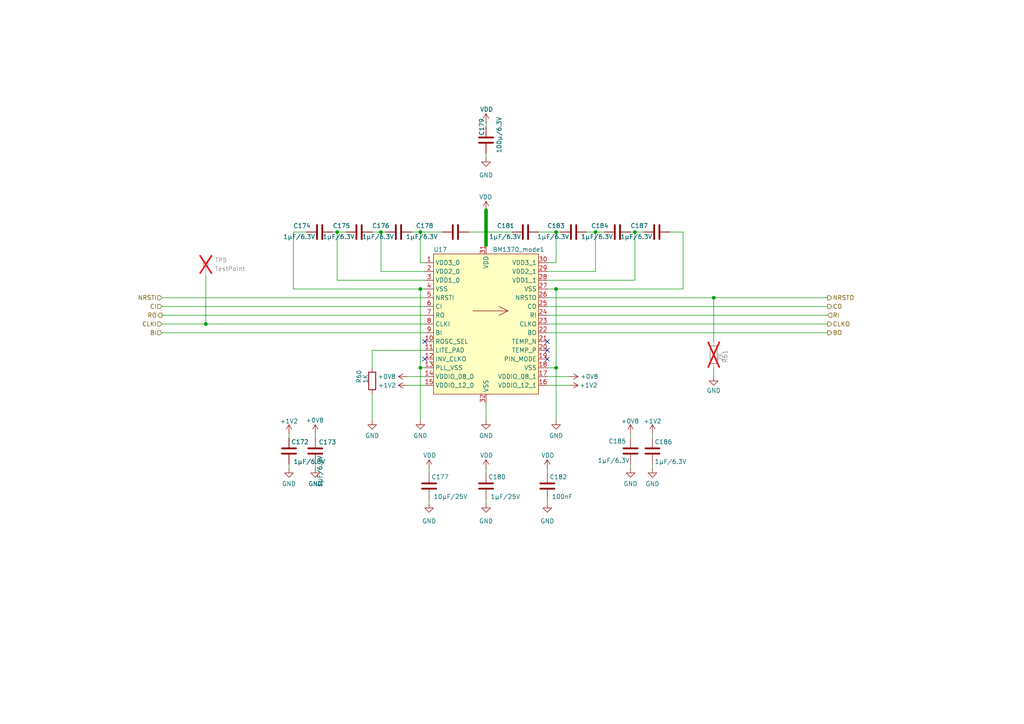
<source format=kicad_sch>
(kicad_sch (version 20250114) (generator "eeschema") (generator_version "9.0")
  (paper "A4")
  (title_block (title "PC-AXE") (company "Author: Aadhi M"))
  (lib_symbols
    (symbol "Connector:TestPoint" (pin_numbers (hide yes)) (pin_names (offset 0.762) (hide yes))
      (property "Reference" "TP" (at 0 6.858 0))
      (property "Value" "TestPoint" (at 0 5.08 0))
      (symbol "TestPoint_0_1"
        (circle (center 0 3.302) (radius 0.762))
      )
      (symbol "TestPoint_1_1"
        (pin passive line (at 0 0 90) (length 2.54) (name "1") (number "1"))
      )
    )
    (symbol "Device:C" (pin_numbers (hide yes)) (pin_names (offset 0.254))
      (property "Reference" "C" (at 0.635 2.54 0))
      (property "Value" "C" (at 0.635 -2.54 0))
      (symbol "C_0_1"
        (polyline (pts (xy -2.032 0.762) (xy 2.032 0.762)) (stroke (width 0.508)))
        (polyline (pts (xy -2.032 -0.762) (xy 2.032 -0.762)) (stroke (width 0.508)))
      )
      (symbol "C_1_1"
        (pin passive line (at 0 3.81 270) (length 2.794) (name "~") (number "1"))
        (pin passive line (at 0 -3.81 90) (length 2.794) (name "~") (number "2"))
      )
    )
    (symbol "Device:R" (pin_numbers (hide yes)) (pin_names (offset 0))
      (property "Reference" "R" (at 2.032 0 90))
      (property "Value" "R" (at 0 0 90))
      (symbol "R_0_1"
        (rectangle (start -1.016 -2.54) (end 1.016 2.54) (stroke (width 0.254)))
      )
      (symbol "R_1_1"
        (pin passive line (at 0 3.81 270) (length 1.27) (name "~") (number "1"))
        (pin passive line (at 0 -3.81 90) (length 1.27) (name "~") (number "2"))
      )
    )
    (symbol "GND_7" (power) (pin_names (offset 0))
      (property "Value" "GND_7" (at 0 -3.81 0))
      (symbol "GND_7_0_1"
        (polyline (pts (xy 0 0) (xy 0 -1.27) (xy 1.27 -1.27) (xy 0 -2.54) (xy -1.27 -1.27) (xy 0 -1.27)))
      )
      (symbol "GND_7_1_1"
        (pin power_in line (at 0 0 270) (length 0) (hide yes) (name "GND") (number "1"))
      )
    )
    (symbol "bitaxe:BM1370_mode1"
      (property "Reference" "U4" (at -15.24 21.59 0))
      (property "Value" "BM1370_mode1" (at 1.905 21.59 0))
      (symbol "BM1370_mode1_0_1"
        (rectangle (start -15.24 20.32) (end 15.24 -20.32) (fill (type background)))
        (polyline (pts (xy -3.81 3.81) (xy 6.35 3.81)))
        (polyline (pts (xy 3.81 5.08) (xy 6.35 3.81)))
        (polyline (pts (xy 3.81 2.54) (xy 6.35 3.81)))
      )
      (symbol "BM1370_mode1_1_1"
        (pin power_in line (at -17.78 17.78 0) (length 2.54) (name "VDD3_0") (number "1"))
        (pin power_in line (at -17.78 15.24 0) (length 2.54) (name "VDD2_0") (number "2"))
        (pin power_in line (at -17.78 12.7 0) (length 2.54) (name "VDD1_0") (number "3"))
        (pin power_in line (at -17.78 10.16 0) (length 2.54) (name "VSS") (number "4"))
        (pin input line (at -17.78 7.62 0) (length 2.54) (name "NRSTI") (number "5"))
        (pin input line (at -17.78 5.08 0) (length 2.54) (name "CI") (number "6"))
        (pin output line (at -17.78 2.54 0) (length 2.54) (name "RO") (number "7"))
        (pin input line (at -17.78 0 0) (length 2.54) (name "CLKI") (number "8"))
        (pin input line (at -17.78 -2.54 0) (length 2.54) (name "BI") (number "9"))
        (pin unspecified line (at -17.78 -5.08 0) (length 2.54) (name "ROSC_SEL") (number "10"))
        (pin unspecified line (at -17.78 -7.62 0) (length 2.54) (name "LITE_PAD") (number "11"))
        (pin unspecified line (at -17.78 -10.16 0) (length 2.54) (name "INV_CLKO") (number "12"))
        (pin power_in line (at -17.78 -12.7 0) (length 2.54) (name "PLL_VSS") (number "13"))
        (pin power_in line (at -17.78 -15.24 0) (length 2.54) (name "VDDIO_08_0") (number "14"))
        (pin power_in line (at -17.78 -17.78 0) (length 2.54) (name "VDDIO_12_0") (number "15"))
        (pin power_in line (at 0 22.86 270) (length 2.54) (name "VDD") (number "31"))
        (pin power_in line (at 0 -22.86 90) (length 2.54) (name "VSS") (number "32"))
        (pin power_in line (at 17.78 17.78 180) (length 2.54) (name "VDD3_1") (number "30"))
        (pin power_in line (at 17.78 15.24 180) (length 2.54) (name "VDD2_1") (number "29"))
        (pin power_in line (at 17.78 12.7 180) (length 2.54) (name "VDD1_1") (number "28"))
        (pin power_in line (at 17.78 10.16 180) (length 2.54) (name "VSS") (number "27"))
        (pin output line (at 17.78 7.62 180) (length 2.54) (name "NRSTO") (number "26"))
        (pin output line (at 17.78 5.08 180) (length 2.54) (name "CO") (number "25"))
        (pin input line (at 17.78 2.54 180) (length 2.54) (name "RI") (number "24"))
        (pin output line (at 17.78 0 180) (length 2.54) (name "CLKO") (number "23"))
        (pin output line (at 17.78 -2.54 180) (length 2.54) (name "BO") (number "22"))
        (pin unspecified line (at 17.78 -5.08 180) (length 2.54) (name "TEMP_N") (number "21"))
        (pin unspecified line (at 17.78 -7.62 180) (length 2.54) (name "TEMP_P") (number "20"))
        (pin input line (at 17.78 -10.16 180) (length 2.54) (name "PIN_MODE") (number "19"))
        (pin power_in line (at 17.78 -12.7 180) (length 2.54) (name "VSS") (number "18"))
        (pin power_in line (at 17.78 -15.24 180) (length 2.54) (name "VDDIO_08_1") (number "17"))
        (pin power_in line (at 17.78 -17.78 180) (length 2.54) (name "VDDIO_12_1") (number "16"))
      )
    )
    (symbol "mylib7:+0V8" (power) (exclude_from_sim yes) (in_bom no) (on_board no)
      (property "Value" "+0V8" (at 0 3.175 90))
      (symbol "+0V8_0_1"
        (polyline (pts (xy -0.762 1.27) (xy 0 2.54)))
        (polyline (pts (xy 0 2.54) (xy 0.762 1.27)))
        (polyline (pts (xy 0 0) (xy 0 2.54)))
      )
      (symbol "+0V8_1_1"
        (pin power_in line (at 0 0 90) (length 0) (hide yes) (name "+0V8") (number "1"))
      )
    )
    (symbol "power:+1V2" (power) (pin_numbers (hide yes)) (pin_names (offset 0) (hide yes))
      (property "Value" "+1V2" (at 0 3.556 0))
      (symbol "+1V2_0_1"
        (polyline (pts (xy -0.762 1.27) (xy 0 2.54)))
        (polyline (pts (xy 0 2.54) (xy 0.762 1.27)))
        (polyline (pts (xy 0 0) (xy 0 2.54)))
      )
      (symbol "+1V2_1_1"
        (pin power_in line (at 0 0 90) (length 0) (name "~") (number "1"))
      )
    )
    (symbol "power:GND" (power) (pin_names (offset 0))
      (property "Value" "GND" (at 0 -3.81 0))
      (symbol "GND_0_1"
        (polyline (pts (xy 0 0) (xy 0 -1.27) (xy 1.27 -1.27) (xy 0 -2.54) (xy -1.27 -1.27) (xy 0 -1.27)))
      )
      (symbol "GND_1_1"
        (pin power_in line (at 0 0 270) (length 0) (hide yes) (name "GND") (number "1"))
      )
    )
    (symbol "power:VDD" (power) (pin_numbers (hide yes)) (pin_names (offset 0) (hide yes))
      (property "Value" "VDD" (at 0 3.556 0))
      (symbol "VDD_0_1"
        (polyline (pts (xy -0.762 1.27) (xy 0 2.54)))
        (polyline (pts (xy 0 2.54) (xy 0.762 1.27)))
        (polyline (pts (xy 0 0) (xy 0 2.54)))
      )
      (symbol "VDD_1_1"
        (pin power_in line (at 0 0 90) (length 0) (name "~") (number "1"))
      )
    )
  )
  (junction (at 121.92 106.68))
  (junction (at 161.29 67.31))
  (junction (at 140.97 67.31))
  (junction (at 59.69 93.98))
  (junction (at 121.92 83.82))
  (junction (at 121.92 67.31))
  (junction (at 184.15 67.31))
  (junction (at 172.72 67.31))
  (junction (at 161.29 83.82))
  (junction (at 110.49 67.31))
  (junction (at 207.01 86.36))
  (junction (at 161.29 106.68))
  (junction (at 97.79 67.31))
  (no_connect (at 158.75 99.06))
  (no_connect (at 158.75 104.14))
  (no_connect (at 123.19 99.06))
  (no_connect (at 158.75 101.6))
  (no_connect (at 123.19 104.14))
  (wire (pts (xy 135.89 67.31) (xy 140.97 67.31)))
  (wire (pts (xy 107.95 67.31) (xy 110.49 67.31)))
  (wire (pts (xy 110.49 67.31) (xy 111.76 67.31)))
  (wire (pts (xy 121.92 83.82) (xy 121.92 106.68)))
  (wire (pts (xy 124.46 135.89) (xy 124.46 137.16)))
  (wire (pts (xy 207.01 86.36) (xy 207.01 99.06)))
  (wire (pts (xy 107.95 101.6) (xy 123.19 101.6)))
  (wire (pts (xy 140.97 60.96) (xy 140.97 67.31)) (stroke (width 1)))
  (wire (pts (xy 46.99 86.36) (xy 123.19 86.36)))
  (wire (pts (xy 83.82 125.73) (xy 83.82 127)))
  (wire (pts (xy 46.99 91.44) (xy 123.19 91.44)))
  (wire (pts (xy 140.97 35.56) (xy 140.97 36.83)))
  (wire (pts (xy 184.15 67.31) (xy 186.69 67.31)))
  (wire (pts (xy 96.52 67.31) (xy 97.79 67.31)))
  (wire (pts (xy 158.75 88.9) (xy 240.03 88.9)))
  (wire (pts (xy 121.92 67.31) (xy 128.27 67.31)))
  (wire (pts (xy 198.12 83.82) (xy 198.12 67.31)))
  (wire (pts (xy 182.88 125.73) (xy 182.88 127)))
  (wire (pts (xy 121.92 83.82) (xy 85.09 83.82)))
  (wire (pts (xy 140.97 67.31) (xy 140.97 71.12)))
  (wire (pts (xy 46.99 93.98) (xy 59.69 93.98)))
  (wire (pts (xy 207.01 86.36) (xy 240.03 86.36)))
  (wire (pts (xy 91.44 125.73) (xy 91.44 127)))
  (wire (pts (xy 158.75 106.68) (xy 161.29 106.68)))
  (wire (pts (xy 158.75 135.89) (xy 158.75 137.16)))
  (wire (pts (xy 59.69 80.01) (xy 59.69 93.98)))
  (wire (pts (xy 182.88 67.31) (xy 184.15 67.31)))
  (wire (pts (xy 107.95 114.3) (xy 107.95 121.92)))
  (wire (pts (xy 172.72 78.74) (xy 172.72 67.31)))
  (wire (pts (xy 198.12 67.31) (xy 194.31 67.31)))
  (wire (pts (xy 189.23 134.62) (xy 189.23 135.89)))
  (wire (pts (xy 107.95 101.6) (xy 107.95 106.68)))
  (wire (pts (xy 161.29 83.82) (xy 161.29 106.68)))
  (wire (pts (xy 85.09 83.82) (xy 85.09 67.31)))
  (wire (pts (xy 121.92 67.31) (xy 121.92 76.2)))
  (wire (pts (xy 140.97 144.78) (xy 140.97 146.05)))
  (wire (pts (xy 140.97 135.89) (xy 140.97 137.16)))
  (wire (pts (xy 83.82 134.62) (xy 83.82 135.89)))
  (wire (pts (xy 158.75 76.2) (xy 161.29 76.2)))
  (wire (pts (xy 158.75 81.28) (xy 184.15 81.28)))
  (wire (pts (xy 207.01 106.68) (xy 207.01 109.22)))
  (wire (pts (xy 118.11 109.22) (xy 123.19 109.22)))
  (wire (pts (xy 158.75 109.22) (xy 165.1 109.22)))
  (wire (pts (xy 46.99 96.52) (xy 123.19 96.52)))
  (wire (pts (xy 161.29 76.2) (xy 161.29 67.31)))
  (wire (pts (xy 119.38 67.31) (xy 121.92 67.31)))
  (wire (pts (xy 158.75 93.98) (xy 240.03 93.98)))
  (wire (pts (xy 184.15 81.28) (xy 184.15 67.31)))
  (wire (pts (xy 158.75 78.74) (xy 172.72 78.74)))
  (wire (pts (xy 172.72 67.31) (xy 175.26 67.31)))
  (wire (pts (xy 140.97 67.31) (xy 148.59 67.31)))
  (wire (pts (xy 158.75 96.52) (xy 240.03 96.52)))
  (wire (pts (xy 189.23 125.73) (xy 189.23 127)))
  (wire (pts (xy 158.75 111.76) (xy 165.1 111.76)))
  (wire (pts (xy 97.79 67.31) (xy 100.33 67.31)))
  (wire (pts (xy 156.21 67.31) (xy 161.29 67.31)))
  (wire (pts (xy 121.92 106.68) (xy 121.92 121.92)))
  (wire (pts (xy 123.19 83.82) (xy 121.92 83.82)))
  (wire (pts (xy 161.29 83.82) (xy 198.12 83.82)))
  (wire (pts (xy 97.79 81.28) (xy 97.79 67.31)))
  (wire (pts (xy 158.75 83.82) (xy 161.29 83.82)))
  (wire (pts (xy 118.11 111.76) (xy 123.19 111.76)))
  (wire (pts (xy 110.49 78.74) (xy 123.19 78.74)))
  (wire (pts (xy 91.44 134.62) (xy 91.44 135.89)))
  (wire (pts (xy 124.46 144.78) (xy 124.46 146.05)))
  (wire (pts (xy 140.97 67.31) (xy 140.97 71.12)) (stroke (width 1)))
  (wire (pts (xy 97.79 81.28) (xy 123.19 81.28)))
  (wire (pts (xy 140.97 44.45) (xy 140.97 45.72)))
  (wire (pts (xy 170.18 67.31) (xy 172.72 67.31)))
  (wire (pts (xy 110.49 78.74) (xy 110.49 67.31)))
  (wire (pts (xy 121.92 76.2) (xy 123.19 76.2)))
  (wire (pts (xy 161.29 67.31) (xy 162.56 67.31)))
  (wire (pts (xy 158.75 91.44) (xy 240.03 91.44)))
  (wire (pts (xy 121.92 106.68) (xy 123.19 106.68)))
  (wire (pts (xy 140.97 116.84) (xy 140.97 121.92)))
  (wire (pts (xy 46.99 88.9) (xy 123.19 88.9)))
  (wire (pts (xy 158.75 86.36) (xy 207.01 86.36)))
  (wire (pts (xy 85.09 67.31) (xy 88.9 67.31)))
  (wire (pts (xy 161.29 106.68) (xy 161.29 121.92)))
  (wire (pts (xy 182.88 134.62) (xy 182.88 135.89)))
  (wire (pts (xy 158.75 144.78) (xy 158.75 146.05)))
  (wire (pts (xy 59.69 93.98) (xy 123.19 93.98)))
  (hierarchical_label "RI" (shape input) (at 240.03 91.44 0))
  (hierarchical_label "CI" (shape input) (at 46.99 88.9 180))
  (hierarchical_label "CLKO" (shape output) (at 240.03 93.98 0))
  (hierarchical_label "NRSTO" (shape output) (at 240.03 86.36 0))
  (hierarchical_label "CLKI" (shape input) (at 46.99 93.98 180))
  (hierarchical_label "CO" (shape output) (at 240.03 88.9 0))
  (hierarchical_label "NRSTI" (shape input) (at 46.99 86.36 180))
  (hierarchical_label "RO" (shape output) (at 46.99 91.44 180))
  (hierarchical_label "BO" (shape output) (at 240.03 96.52 0))
  (hierarchical_label "BI" (shape input) (at 46.99 96.52 180))
  (symbol (lib_id "power:VDD") (at 140.97 35.56 0) (unit 1)
    (property "Reference" "#PWR0212" (effects (hide yes)))
    (property "Value" "VDD" (at 139.192 31.75 0) (effects (justify left)))
    (property "Description" "Power symbol creates a global label with name \"VDD\"" (effects (hide yes)))
    (instances (project "PCIexpress_x4_full" (path "" (reference "#PWR0212") (unit 1)) (path "" (reference "#PWR0322") (unit 1)) (path "" (reference "#PWR0234") (unit 1)) (path "" (reference "#PWR0454") (unit 1)) (path "" (reference "#PWR0410") (unit 1)) (path "" (reference "#PWR0432") (unit 1)) (path "" (reference "#PWR0344") (unit 1)) (path "" (reference "#PWR0366") (unit 1)) (path "" (reference "#PWR0388") (unit 1)) (path "" (reference "#PWR0256") (unit 1)) (path "" (reference "#PWR0300") (unit 1)) (path "" (reference "#PWR0278") (unit 1))))
  )
  (symbol (lib_id "power:GND") (at 91.44 135.89 0) (mirror y) (unit 1)
    (property "Reference" "#PWR0206" (effects (hide yes)))
    (property "Value" "GND" (at 91.44 140.335 0))
    (instances (project "PCIexpress_x4_full" (path "" (reference "#PWR0206") (unit 1)) (path "" (reference "#PWR0316") (unit 1)) (path "" (reference "#PWR0228") (unit 1)) (path "" (reference "#PWR0448") (unit 1)) (path "" (reference "#PWR0404") (unit 1)) (path "" (reference "#PWR0426") (unit 1)) (path "" (reference "#PWR0338") (unit 1)) (path "" (reference "#PWR0360") (unit 1)) (path "" (reference "#PWR0382") (unit 1)) (path "" (reference "#PWR0250") (unit 1)) (path "" (reference "#PWR0294") (unit 1)) (path "" (reference "#PWR0272") (unit 1))))
  )
  (symbol (lib_id "power:GND") (at 140.97 121.92 0) (mirror y) (unit 1)
    (property "Reference" "#PWR0215" (effects (hide yes)))
    (property "Value" "GND" (at 140.97 126.365 0))
    (instances (project "PCIexpress_x4_full" (path "" (reference "#PWR0215") (unit 1)) (path "" (reference "#PWR0325") (unit 1)) (path "" (reference "#PWR0237") (unit 1)) (path "" (reference "#PWR0457") (unit 1)) (path "" (reference "#PWR0413") (unit 1)) (path "" (reference "#PWR0435") (unit 1)) (path "" (reference "#PWR0347") (unit 1)) (path "" (reference "#PWR0369") (unit 1)) (path "" (reference "#PWR0391") (unit 1)) (path "" (reference "#PWR0259") (unit 1)) (path "" (reference "#PWR0303") (unit 1)) (path "" (reference "#PWR0281") (unit 1))))
  )
  (symbol (lib_id "Device:C") (at 140.97 40.64 0) (unit 1)
    (property "Reference" "C179" (at 139.7 39.37 90) (effects (justify left)))
    (property "Value" "100µ/6.3V" (at 144.78 44.45 90) (effects (justify left)))
    (property "Footprint" "Capacitor_SMD:C_1206_3216Metric" (effects (hide yes)))
    (property "Manufacturer" "CL31A107MQHNNWE" (effects (hide yes)))
    (property "P/N MOUSER" "187-CL31A107MQHNNWE" (effects (hide yes)))
    (instances (project "PCIexpress_x4_full" (path "" (reference "C179") (unit 1)) (path "" (reference "C259") (unit 1)) (path "" (reference "C195") (unit 1)) (path "" (reference "C355") (unit 1)) (path "" (reference "C323") (unit 1)) (path "" (reference "C339") (unit 1)) (path "" (reference "C275") (unit 1)) (path "" (reference "C291") (unit 1)) (path "" (reference "C307") (unit 1)) (path "" (reference "C211") (unit 1)) (path "" (reference "C243") (unit 1)) (path "" (reference "C227") (unit 1))))
  )
  (symbol (lib_id "Device:C") (at 182.88 130.81 180) (unit 1)
    (property "Reference" "C185" (at 181.61 127.254 0) (effects (justify left bottom)))
    (property "Value" "1µF/6.3V" (at 182.626 132.842 0) (effects (justify left bottom)))
    (property "Footprint" "Capacitor_SMD:C_0603_1608Metric_Pad1.08x0.95mm_HandSolder" (effects (hide yes)))
    (property "Manufacturer" "CL10A105KQ8NNNC" (effects (hide yes)))
    (property "P/N MOUSER" "187-CL10A105KQ8NNNC" (effects (hide yes)))
    (instances (project "PCIexpress_x4_full" (path "" (reference "C185") (unit 1)) (path "" (reference "C265") (unit 1)) (path "" (reference "C201") (unit 1)) (path "" (reference "C361") (unit 1)) (path "" (reference "C329") (unit 1)) (path "" (reference "C345") (unit 1)) (path "" (reference "C281") (unit 1)) (path "" (reference "C297") (unit 1)) (path "" (reference "C313") (unit 1)) (path "" (reference "C217") (unit 1)) (path "" (reference "C249") (unit 1)) (path "" (reference "C233") (unit 1))))
  )
  (symbol (lib_id "mylib7:+0V8") (at 165.1 109.22 270) (unit 1)
    (property "Reference" "#U05" (effects (hide yes)))
    (property "Value" "+0V8" (at 168.275 109.22 90) (effects (justify left)))
    (property "Distributor" "-" (effects (hide yes)))
    (instances (project "PCIexpress_x4_full" (path "" (reference "#U05") (unit 1)) (path "" (reference "#U025") (unit 1)) (path "" (reference "#U09") (unit 1)) (path "" (reference "#U049") (unit 1)) (path "" (reference "#U041") (unit 1)) (path "" (reference "#U045") (unit 1)) (path "" (reference "#U029") (unit 1)) (path "" (reference "#U033") (unit 1)) (path "" (reference "#U037") (unit 1)) (path "" (reference "#U013") (unit 1)) (path "" (reference "#U021") (unit 1)) (path "" (reference "#U017") (unit 1))))
  )
  (symbol (lib_id "Device:C") (at 132.08 67.31 90) (unit 1)
    (property "Reference" "C178" (at 125.73 64.77 90) (effects (justify left bottom)))
    (property "Value" "1µF/6.3V" (at 127 67.945 90) (effects (justify left bottom)))
    (property "Footprint" "Capacitor_SMD:C_0603_1608Metric_Pad1.08x0.95mm_HandSolder" (effects (hide yes)))
    (property "Manufacturer" "CL10A105KQ8NNNC" (effects (hide yes)))
    (property "P/N MOUSER" "187-CL10A105KQ8NNNC" (effects (hide yes)))
    (instances (project "PCIexpress_x4_full" (path "" (reference "C178") (unit 1)) (path "" (reference "C258") (unit 1)) (path "" (reference "C194") (unit 1)) (path "" (reference "C354") (unit 1)) (path "" (reference "C322") (unit 1)) (path "" (reference "C338") (unit 1)) (path "" (reference "C274") (unit 1)) (path "" (reference "C290") (unit 1)) (path "" (reference "C306") (unit 1)) (path "" (reference "C210") (unit 1)) (path "" (reference "C242") (unit 1)) (path "" (reference "C226") (unit 1))))
  )
  (symbol (lib_id "power:GND") (at 161.29 121.92 0) (mirror y) (unit 1)
    (property "Reference" "#PWR0220" (effects (hide yes)))
    (property "Value" "GND" (at 161.29 126.365 0))
    (instances (project "PCIexpress_x4_full" (path "" (reference "#PWR0220") (unit 1)) (path "" (reference "#PWR0330") (unit 1)) (path "" (reference "#PWR0242") (unit 1)) (path "" (reference "#PWR0462") (unit 1)) (path "" (reference "#PWR0418") (unit 1)) (path "" (reference "#PWR0440") (unit 1)) (path "" (reference "#PWR0352") (unit 1)) (path "" (reference "#PWR0374") (unit 1)) (path "" (reference "#PWR0396") (unit 1)) (path "" (reference "#PWR0264") (unit 1)) (path "" (reference "#PWR0308") (unit 1)) (path "" (reference "#PWR0286") (unit 1))))
  )
  (symbol (lib_id "Device:C") (at 104.14 67.31 90) (unit 1)
    (property "Reference" "C175" (at 101.6 64.77 90) (effects (justify left bottom)))
    (property "Value" "1µF/6.3V" (at 102.87 67.945 90) (effects (justify left bottom)))
    (property "Footprint" "Capacitor_SMD:C_0603_1608Metric_Pad1.08x0.95mm_HandSolder" (effects (hide yes)))
    (property "Manufacturer" "CL10A105KQ8NNNC" (effects (hide yes)))
    (property "P/N MOUSER" "187-CL10A105KQ8NNNC" (effects (hide yes)))
    (instances (project "PCIexpress_x4_full" (path "" (reference "C175") (unit 1)) (path "" (reference "C255") (unit 1)) (path "" (reference "C191") (unit 1)) (path "" (reference "C351") (unit 1)) (path "" (reference "C319") (unit 1)) (path "" (reference "C335") (unit 1)) (path "" (reference "C271") (unit 1)) (path "" (reference "C287") (unit 1)) (path "" (reference "C303") (unit 1)) (path "" (reference "C207") (unit 1)) (path "" (reference "C239") (unit 1)) (path "" (reference "C223") (unit 1))))
  )
  (symbol (lib_id "Device:C") (at 189.23 130.81 0) (unit 1)
    (property "Reference" "C186" (at 189.865 128.905 0) (effects (justify left bottom)))
    (property "Value" "1µF/6.3V" (at 189.865 134.62 0) (effects (justify left bottom)))
    (property "Footprint" "Capacitor_SMD:C_0603_1608Metric_Pad1.08x0.95mm_HandSolder" (effects (hide yes)))
    (property "Manufacturer" "CL10A105KQ8NNNC" (effects (hide yes)))
    (property "P/N MOUSER" "187-CL10A105KQ8NNNC" (effects (hide yes)))
    (instances (project "PCIexpress_x4_full" (path "" (reference "C186") (unit 1)) (path "" (reference "C266") (unit 1)) (path "" (reference "C202") (unit 1)) (path "" (reference "C362") (unit 1)) (path "" (reference "C330") (unit 1)) (path "" (reference "C346") (unit 1)) (path "" (reference "C282") (unit 1)) (path "" (reference "C298") (unit 1)) (path "" (reference "C314") (unit 1)) (path "" (reference "C218") (unit 1)) (path "" (reference "C250") (unit 1)) (path "" (reference "C234") (unit 1))))
  )
  (symbol (lib_id "Device:C") (at 92.71 67.31 90) (unit 1)
    (property "Reference" "C174" (at 90.17 64.77 90) (effects (justify left bottom)))
    (property "Value" "1µF/6.3V" (at 91.44 67.945 90) (effects (justify left bottom)))
    (property "Footprint" "Capacitor_SMD:C_0603_1608Metric_Pad1.08x0.95mm_HandSolder" (effects (hide yes)))
    (property "Manufacturer" "CL10A105KQ8NNNC" (effects (hide yes)))
    (property "P/N MOUSER" "187-CL10A105KQ8NNNC" (effects (hide yes)))
    (instances (project "PCIexpress_x4_full" (path "" (reference "C174") (unit 1)) (path "" (reference "C254") (unit 1)) (path "" (reference "C190") (unit 1)) (path "" (reference "C350") (unit 1)) (path "" (reference "C318") (unit 1)) (path "" (reference "C334") (unit 1)) (path "" (reference "C270") (unit 1)) (path "" (reference "C286") (unit 1)) (path "" (reference "C302") (unit 1)) (path "" (reference "C206") (unit 1)) (path "" (reference "C238") (unit 1)) (path "" (reference "C222") (unit 1))))
  )
  (symbol (lib_id "bitaxe:BM1370_mode1") (at 140.97 93.98 0) (unit 1)
    (property "Reference" "U17" (at 125.73 72.39 0) (effects (justify left)))
    (property "Value" "BM1370_mode1" (at 142.875 72.39 0) (effects (justify left)))
    (property "Footprint" "BM1370:BM1370" (effects (hide yes)))
    (property "Manufacturer" "BM1370" (effects (hide yes)))
    (instances (project "PCIexpress_x4_full" (path "" (reference "U17") (unit 1)) (path "" (reference "U22") (unit 1)) (path "" (reference "U18") (unit 1)) (path "" (reference "U28") (unit 1)) (path "" (reference "U26") (unit 1)) (path "" (reference "U27") (unit 1)) (path "" (reference "U23") (unit 1)) (path "" (reference "U24") (unit 1)) (path "" (reference "U25") (unit 1)) (path "" (reference "U19") (unit 1)) (path "" (reference "U21") (unit 1)) (path "" (reference "U20") (unit 1))))
  )
  (symbol (lib_id "Connector:TestPoint") (at 59.69 80.01 0) (unit 1) (dnp yes)
    (property "Reference" "TP5" (at 62.23 75.4379 0) (effects (justify left)))
    (property "Value" "TestPoint" (at 62.23 77.9779 0) (effects (justify left)))
    (property "Footprint" "TestPoint:TestPoint_Pad_D1.0mm" (effects (hide yes)))
    (property "Description" "test point" (effects (hide yes)))
    (instances (project "PCIexpress_x4_full" (path "" (reference "TP5") (unit 1)) (path "" (reference "TP10") (unit 1)) (path "" (reference "TP6") (unit 1)) (path "" (reference "TP16") (unit 1)) (path "" (reference "TP14") (unit 1)) (path "" (reference "TP15") (unit 1)) (path "" (reference "TP11") (unit 1)) (path "" (reference "TP12") (unit 1)) (path "" (reference "TP13") (unit 1)) (path "" (reference "TP7") (unit 1)) (path "" (reference "TP9") (unit 1)) (path "" (reference "TP8") (unit 1))))
  )
  (symbol (lib_id "power:+1V2") (at 189.23 125.73 0) (unit 1)
    (property "Reference" "#PWR0223" (effects (hide yes)))
    (property "Value" "+1V2" (at 189.23 122.174 0))
    (property "Description" "Power symbol creates a global label with name \"+1V2\"" (effects (hide yes)))
    (instances (project "PCIexpress_x4_full" (path "" (reference "#PWR0223") (unit 1)) (path "" (reference "#PWR0333") (unit 1)) (path "" (reference "#PWR0245") (unit 1)) (path "" (reference "#PWR0465") (unit 1)) (path "" (reference "#PWR0421") (unit 1)) (path "" (reference "#PWR0443") (unit 1)) (path "" (reference "#PWR0355") (unit 1)) (path "" (reference "#PWR0377") (unit 1)) (path "" (reference "#PWR0399") (unit 1)) (path "" (reference "#PWR0267") (unit 1)) (path "" (reference "#PWR0311") (unit 1)) (path "" (reference "#PWR0289") (unit 1))))
  )
  (symbol (lib_id "power:VDD") (at 140.97 135.89 0) (unit 1)
    (property "Reference" "#PWR0216" (effects (hide yes)))
    (property "Value" "VDD" (at 139.192 132.08 0) (effects (justify left)))
    (property "Description" "Power symbol creates a global label with name \"VDD\"" (effects (hide yes)))
    (instances (project "PCIexpress_x4_full" (path "" (reference "#PWR0216") (unit 1)) (path "" (reference "#PWR0326") (unit 1)) (path "" (reference "#PWR0238") (unit 1)) (path "" (reference "#PWR0458") (unit 1)) (path "" (reference "#PWR0414") (unit 1)) (path "" (reference "#PWR0436") (unit 1)) (path "" (reference "#PWR0348") (unit 1)) (path "" (reference "#PWR0370") (unit 1)) (path "" (reference "#PWR0392") (unit 1)) (path "" (reference "#PWR0260") (unit 1)) (path "" (reference "#PWR0304") (unit 1)) (path "" (reference "#PWR0282") (unit 1))))
  )
  (symbol (lib_id "mylib7:+0V8") (at 118.11 109.22 90) (unit 1)
    (property "Reference" "#U04" (effects (hide yes)))
    (property "Value" "+0V8" (at 114.808 109.22 90) (effects (justify left)))
    (property "Distributor" "-" (effects (hide yes)))
    (instances (project "PCIexpress_x4_full" (path "" (reference "#U04") (unit 1)) (path "" (reference "#U024") (unit 1)) (path "" (reference "#U08") (unit 1)) (path "" (reference "#U048") (unit 1)) (path "" (reference "#U040") (unit 1)) (path "" (reference "#U044") (unit 1)) (path "" (reference "#U028") (unit 1)) (path "" (reference "#U032") (unit 1)) (path "" (reference "#U036") (unit 1)) (path "" (reference "#U012") (unit 1)) (path "" (reference "#U020") (unit 1)) (path "" (reference "#U016") (unit 1))))
  )
  (symbol (lib_id "Device:C") (at 140.97 140.97 0) (unit 1)
    (property "Reference" "C180" (at 141.605 139.065 0) (effects (justify left bottom)))
    (property "Value" "1µF/25V" (at 142.24 144.78 0) (effects (justify left bottom)))
    (property "Footprint" "Capacitor_SMD:C_0805_2012Metric" (effects (hide yes)))
    (property "Manufacturer" "CL21B105KAFNNNE" (effects (hide yes)))
    (property "P/N MOUSER" "187-CL21B105KAFNNNE" (effects (hide yes)))
    (instances (project "PCIexpress_x4_full" (path "" (reference "C180") (unit 1)) (path "" (reference "C260") (unit 1)) (path "" (reference "C196") (unit 1)) (path "" (reference "C356") (unit 1)) (path "" (reference "C324") (unit 1)) (path "" (reference "C340") (unit 1)) (path "" (reference "C276") (unit 1)) (path "" (reference "C292") (unit 1)) (path "" (reference "C308") (unit 1)) (path "" (reference "C212") (unit 1)) (path "" (reference "C244") (unit 1)) (path "" (reference "C228") (unit 1))))
  )
  (symbol (lib_id "power:GND") (at 207.01 109.22 0) (mirror y) (unit 1)
    (property "Reference" "#PWR0225" (effects (hide yes)))
    (property "Value" "GND" (at 207.01 113.284 0))
    (instances (project "PCIexpress_x4_full" (path "" (reference "#PWR0225") (unit 1)) (path "" (reference "#PWR0335") (unit 1)) (path "" (reference "#PWR0247") (unit 1)) (path "" (reference "#PWR0467") (unit 1)) (path "" (reference "#PWR0423") (unit 1)) (path "" (reference "#PWR0445") (unit 1)) (path "" (reference "#PWR0357") (unit 1)) (path "" (reference "#PWR0379") (unit 1)) (path "" (reference "#PWR0401") (unit 1)) (path "" (reference "#PWR0269") (unit 1)) (path "" (reference "#PWR0313") (unit 1)) (path "" (reference "#PWR0291") (unit 1))))
  )
  (symbol (lib_id "power:GND") (at 140.97 45.72 0) (mirror y) (unit 1)
    (property "Reference" "#PWR0213" (effects (hide yes)))
    (property "Value" "GND" (at 140.97 50.8 0))
    (instances (project "PCIexpress_x4_full" (path "" (reference "#PWR0213") (unit 1)) (path "" (reference "#PWR0323") (unit 1)) (path "" (reference "#PWR0235") (unit 1)) (path "" (reference "#PWR0455") (unit 1)) (path "" (reference "#PWR0411") (unit 1)) (path "" (reference "#PWR0433") (unit 1)) (path "" (reference "#PWR0345") (unit 1)) (path "" (reference "#PWR0367") (unit 1)) (path "" (reference "#PWR0389") (unit 1)) (path "" (reference "#PWR0257") (unit 1)) (path "" (reference "#PWR0301") (unit 1)) (path "" (reference "#PWR0279") (unit 1))))
  )
  (symbol (lib_id "power:VDD") (at 124.46 135.89 0) (unit 1)
    (property "Reference" "#PWR0210" (effects (hide yes)))
    (property "Value" "VDD" (at 122.682 132.08 0) (effects (justify left)))
    (property "Description" "Power symbol creates a global label with name \"VDD\"" (effects (hide yes)))
    (instances (project "PCIexpress_x4_full" (path "" (reference "#PWR0210") (unit 1)) (path "" (reference "#PWR0320") (unit 1)) (path "" (reference "#PWR0232") (unit 1)) (path "" (reference "#PWR0452") (unit 1)) (path "" (reference "#PWR0408") (unit 1)) (path "" (reference "#PWR0430") (unit 1)) (path "" (reference "#PWR0342") (unit 1)) (path "" (reference "#PWR0364") (unit 1)) (path "" (reference "#PWR0386") (unit 1)) (path "" (reference "#PWR0254") (unit 1)) (path "" (reference "#PWR0298") (unit 1)) (path "" (reference "#PWR0276") (unit 1))))
  )
  (symbol (lib_name "GND_7") (lib_id "power:GND") (at 140.97 146.05 0) (unit 1)
    (property "Reference" "#PWR0217" (effects (hide yes)))
    (property "Value" "GND" (at 140.97 151.13 0))
    (instances (project "PCIexpress_x4_full" (path "" (reference "#PWR0217") (unit 1)) (path "" (reference "#PWR0327") (unit 1)) (path "" (reference "#PWR0239") (unit 1)) (path "" (reference "#PWR0459") (unit 1)) (path "" (reference "#PWR0415") (unit 1)) (path "" (reference "#PWR0437") (unit 1)) (path "" (reference "#PWR0349") (unit 1)) (path "" (reference "#PWR0371") (unit 1)) (path "" (reference "#PWR0393") (unit 1)) (path "" (reference "#PWR0261") (unit 1)) (path "" (reference "#PWR0305") (unit 1)) (path "" (reference "#PWR0283") (unit 1))))
  )
  (symbol (lib_id "power:GND") (at 182.88 135.89 0) (mirror y) (unit 1)
    (property "Reference" "#PWR0222" (effects (hide yes)))
    (property "Value" "GND" (at 182.88 140.335 0))
    (instances (project "PCIexpress_x4_full" (path "" (reference "#PWR0222") (unit 1)) (path "" (reference "#PWR0332") (unit 1)) (path "" (reference "#PWR0244") (unit 1)) (path "" (reference "#PWR0464") (unit 1)) (path "" (reference "#PWR0420") (unit 1)) (path "" (reference "#PWR0442") (unit 1)) (path "" (reference "#PWR0354") (unit 1)) (path "" (reference "#PWR0376") (unit 1)) (path "" (reference "#PWR0398") (unit 1)) (path "" (reference "#PWR0266") (unit 1)) (path "" (reference "#PWR0310") (unit 1)) (path "" (reference "#PWR0288") (unit 1))))
  )
  (symbol (lib_id "Device:C") (at 166.37 67.31 90) (unit 1)
    (property "Reference" "C183" (at 163.83 64.77 90) (effects (justify left bottom)))
    (property "Value" "1µF/6.3V" (at 165.1 67.945 90) (effects (justify left bottom)))
    (property "Footprint" "Capacitor_SMD:C_0603_1608Metric_Pad1.08x0.95mm_HandSolder" (effects (hide yes)))
    (property "Manufacturer" "CL10A105KQ8NNNC" (effects (hide yes)))
    (property "P/N MOUSER" "187-CL10A105KQ8NNNC" (effects (hide yes)))
    (instances (project "PCIexpress_x4_full" (path "" (reference "C183") (unit 1)) (path "" (reference "C263") (unit 1)) (path "" (reference "C199") (unit 1)) (path "" (reference "C359") (unit 1)) (path "" (reference "C327") (unit 1)) (path "" (reference "C343") (unit 1)) (path "" (reference "C279") (unit 1)) (path "" (reference "C295") (unit 1)) (path "" (reference "C311") (unit 1)) (path "" (reference "C215") (unit 1)) (path "" (reference "C247") (unit 1)) (path "" (reference "C231") (unit 1))))
  )
  (symbol (lib_id "Device:R") (at 207.01 102.87 0) (mirror x) (unit 1) (dnp yes)
    (property "Reference" "R61" (at 210.312 103.378 90))
    (property "Value" "2K" (at 208.915 103.505 90))
    (property "Footprint" "Resistor_SMD:R_0805_2012Metric" (effects (hide yes)))
    (property "Manufacturer" "CR0805-FX-2001ELF" (effects (hide yes)))
    (property "P/N MOUSER" "652-CR0805FX-2001ELF" (effects (hide yes)))
    (instances (project "PCIexpress_x4_full" (path "" (reference "R61") (unit 1)) (path "" (reference "R71") (unit 1)) (path "" (reference "R63") (unit 1)) (path "" (reference "R83") (unit 1)) (path "" (reference "R79") (unit 1)) (path "" (reference "R81") (unit 1)) (path "" (reference "R73") (unit 1)) (path "" (reference "R75") (unit 1)) (path "" (reference "R77") (unit 1)) (path "" (reference "R65") (unit 1)) (path "" (reference "R69") (unit 1)) (path "" (reference "R67") (unit 1))))
  )
  (symbol (lib_id "Device:C") (at 158.75 140.97 0) (unit 1)
    (property "Reference" "C182" (at 159.385 139.065 0) (effects (justify left bottom)))
    (property "Value" "100nF" (at 160.02 144.78 0) (effects (justify left bottom)))
    (property "Footprint" "Capacitor_SMD:C_0805_2012Metric" (effects (hide yes)))
    (property "Manufacturer" "0805B104M101CT" (effects (hide yes)))
    (property "P/N DIGIKEY" "311-3037-1-ND" (effects (hide yes)))
    (property "P/N MOUSER" "791-0805B104M101CT" (effects (hide yes)))
    (instances (project "PCIexpress_x4_full" (path "" (reference "C182") (unit 1)) (path "" (reference "C262") (unit 1)) (path "" (reference "C198") (unit 1)) (path "" (reference "C358") (unit 1)) (path "" (reference "C326") (unit 1)) (path "" (reference "C342") (unit 1)) (path "" (reference "C278") (unit 1)) (path "" (reference "C294") (unit 1)) (path "" (reference "C310") (unit 1)) (path "" (reference "C214") (unit 1)) (path "" (reference "C246") (unit 1)) (path "" (reference "C230") (unit 1))))
  )
  (symbol (lib_id "Device:C") (at 83.82 130.81 0) (unit 1)
    (property "Reference" "C172" (at 84.455 128.905 0) (effects (justify left bottom)))
    (property "Value" "1µF/6.3V" (at 85.09 134.62 0) (effects (justify left bottom)))
    (property "Footprint" "Capacitor_SMD:C_0603_1608Metric_Pad1.08x0.95mm_HandSolder" (effects (hide yes)))
    (property "Manufacturer" "CL10A105KQ8NNNC" (effects (hide yes)))
    (property "P/N MOUSER" "187-CL10A105KQ8NNNC" (effects (hide yes)))
    (instances (project "PCIexpress_x4_full" (path "" (reference "C172") (unit 1)) (path "" (reference "C252") (unit 1)) (path "" (reference "C188") (unit 1)) (path "" (reference "C348") (unit 1)) (path "" (reference "C316") (unit 1)) (path "" (reference "C332") (unit 1)) (path "" (reference "C268") (unit 1)) (path "" (reference "C284") (unit 1)) (path "" (reference "C300") (unit 1)) (path "" (reference "C204") (unit 1)) (path "" (reference "C236") (unit 1)) (path "" (reference "C220") (unit 1))))
  )
  (symbol (lib_id "Device:C") (at 124.46 140.97 0) (unit 1)
    (property "Reference" "C177" (at 125.095 139.065 0) (effects (justify left bottom)))
    (property "Value" "10µF/25V" (at 125.73 144.78 0) (effects (justify left bottom)))
    (property "Footprint" "Capacitor_SMD:C_0805_2012Metric" (effects (hide yes)))
    (property "Manufacturer" "TMK212BBJ106MG-T" (effects (hide yes)))
    (property "P/N MOUSER" "963-TMK212BBJ106MG-T" (effects (hide yes)))
    (instances (project "PCIexpress_x4_full" (path "" (reference "C177") (unit 1)) (path "" (reference "C257") (unit 1)) (path "" (reference "C193") (unit 1)) (path "" (reference "C353") (unit 1)) (path "" (reference "C321") (unit 1)) (path "" (reference "C337") (unit 1)) (path "" (reference "C273") (unit 1)) (path "" (reference "C289") (unit 1)) (path "" (reference "C305") (unit 1)) (path "" (reference "C209") (unit 1)) (path "" (reference "C241") (unit 1)) (path "" (reference "C225") (unit 1))))
  )
  (symbol (lib_id "power:VDD") (at 158.75 135.89 0) (unit 1)
    (property "Reference" "#PWR0218" (effects (hide yes)))
    (property "Value" "VDD" (at 156.972 132.08 0) (effects (justify left)))
    (property "Description" "Power symbol creates a global label with name \"VDD\"" (effects (hide yes)))
    (instances (project "PCIexpress_x4_full" (path "" (reference "#PWR0218") (unit 1)) (path "" (reference "#PWR0328") (unit 1)) (path "" (reference "#PWR0240") (unit 1)) (path "" (reference "#PWR0460") (unit 1)) (path "" (reference "#PWR0416") (unit 1)) (path "" (reference "#PWR0438") (unit 1)) (path "" (reference "#PWR0350") (unit 1)) (path "" (reference "#PWR0372") (unit 1)) (path "" (reference "#PWR0394") (unit 1)) (path "" (reference "#PWR0262") (unit 1)) (path "" (reference "#PWR0306") (unit 1)) (path "" (reference "#PWR0284") (unit 1))))
  )
  (symbol (lib_id "Device:C") (at 115.57 67.31 90) (unit 1)
    (property "Reference" "C176" (at 113.03 64.77 90) (effects (justify left bottom)))
    (property "Value" "1µF/6.3V" (at 114.3 67.945 90) (effects (justify left bottom)))
    (property "Footprint" "Capacitor_SMD:C_0603_1608Metric_Pad1.08x0.95mm_HandSolder" (effects (hide yes)))
    (property "Manufacturer" "CL10A105KQ8NNNC" (effects (hide yes)))
    (property "P/N MOUSER" "187-CL10A105KQ8NNNC" (effects (hide yes)))
    (instances (project "PCIexpress_x4_full" (path "" (reference "C176") (unit 1)) (path "" (reference "C256") (unit 1)) (path "" (reference "C192") (unit 1)) (path "" (reference "C352") (unit 1)) (path "" (reference "C320") (unit 1)) (path "" (reference "C336") (unit 1)) (path "" (reference "C272") (unit 1)) (path "" (reference "C288") (unit 1)) (path "" (reference "C304") (unit 1)) (path "" (reference "C208") (unit 1)) (path "" (reference "C240") (unit 1)) (path "" (reference "C224") (unit 1))))
  )
  (symbol (lib_id "Device:C") (at 152.4 67.31 90) (unit 1)
    (property "Reference" "C181" (at 149.225 64.77 90) (effects (justify left bottom)))
    (property "Value" "1µF/6.3V" (at 151.13 67.945 90) (effects (justify left bottom)))
    (property "Footprint" "Capacitor_SMD:C_0603_1608Metric_Pad1.08x0.95mm_HandSolder" (effects (hide yes)))
    (property "Manufacturer" "CL10A105KQ8NNNC" (effects (hide yes)))
    (property "P/N MOUSER" "187-CL10A105KQ8NNNC" (effects (hide yes)))
    (instances (project "PCIexpress_x4_full" (path "" (reference "C181") (unit 1)) (path "" (reference "C261") (unit 1)) (path "" (reference "C197") (unit 1)) (path "" (reference "C357") (unit 1)) (path "" (reference "C325") (unit 1)) (path "" (reference "C341") (unit 1)) (path "" (reference "C277") (unit 1)) (path "" (reference "C293") (unit 1)) (path "" (reference "C309") (unit 1)) (path "" (reference "C213") (unit 1)) (path "" (reference "C245") (unit 1)) (path "" (reference "C229") (unit 1))))
  )
  (symbol (lib_id "Device:C") (at 190.5 67.31 90) (unit 1)
    (property "Reference" "C187" (at 187.96 64.77 90) (effects (justify left bottom)))
    (property "Value" "1µF/6.3V" (at 189.23 67.945 90) (effects (justify left bottom)))
    (property "Footprint" "Capacitor_SMD:C_0603_1608Metric_Pad1.08x0.95mm_HandSolder" (effects (hide yes)))
    (property "Manufacturer" "CL10A105KQ8NNNC" (effects (hide yes)))
    (property "P/N MOUSER" "187-CL10A105KQ8NNNC" (effects (hide yes)))
    (instances (project "PCIexpress_x4_full" (path "" (reference "C187") (unit 1)) (path "" (reference "C267") (unit 1)) (path "" (reference "C203") (unit 1)) (path "" (reference "C363") (unit 1)) (path "" (reference "C331") (unit 1)) (path "" (reference "C347") (unit 1)) (path "" (reference "C283") (unit 1)) (path "" (reference "C299") (unit 1)) (path "" (reference "C315") (unit 1)) (path "" (reference "C219") (unit 1)) (path "" (reference "C251") (unit 1)) (path "" (reference "C235") (unit 1))))
  )
  (symbol (lib_id "power:GND") (at 107.95 121.92 0) (mirror y) (unit 1)
    (property "Reference" "#PWR0207" (effects (hide yes)))
    (property "Value" "GND" (at 107.95 126.365 0))
    (instances (project "PCIexpress_x4_full" (path "" (reference "#PWR0207") (unit 1)) (path "" (reference "#PWR0317") (unit 1)) (path "" (reference "#PWR0229") (unit 1)) (path "" (reference "#PWR0449") (unit 1)) (path "" (reference "#PWR0405") (unit 1)) (path "" (reference "#PWR0427") (unit 1)) (path "" (reference "#PWR0339") (unit 1)) (path "" (reference "#PWR0361") (unit 1)) (path "" (reference "#PWR0383") (unit 1)) (path "" (reference "#PWR0251") (unit 1)) (path "" (reference "#PWR0295") (unit 1)) (path "" (reference "#PWR0273") (unit 1))))
  )
  (symbol (lib_id "Device:C") (at 91.44 130.81 180) (unit 1)
    (property "Reference" "C173" (at 97.536 127.508 0) (effects (justify left bottom)))
    (property "Value" "1µF/6.3V" (at 92.075 132.08 90) (effects (justify left bottom)))
    (property "Footprint" "Capacitor_SMD:C_0603_1608Metric_Pad1.08x0.95mm_HandSolder" (effects (hide yes)))
    (property "Manufacturer" "CL10A105KQ8NNNC" (effects (hide yes)))
    (property "P/N MOUSER" "187-CL10A105KQ8NNNC" (effects (hide yes)))
    (instances (project "PCIexpress_x4_full" (path "" (reference "C173") (unit 1)) (path "" (reference "C253") (unit 1)) (path "" (reference "C189") (unit 1)) (path "" (reference "C349") (unit 1)) (path "" (reference "C317") (unit 1)) (path "" (reference "C333") (unit 1)) (path "" (reference "C269") (unit 1)) (path "" (reference "C285") (unit 1)) (path "" (reference "C301") (unit 1)) (path "" (reference "C205") (unit 1)) (path "" (reference "C237") (unit 1)) (path "" (reference "C221") (unit 1))))
  )
  (symbol (lib_id "power:+1V2") (at 165.1 111.76 270) (unit 1)
    (property "Reference" "#PWR0221" (effects (hide yes)))
    (property "Value" "+1V2" (at 170.688 111.76 90))
    (property "Description" "Power symbol creates a global label with name \"+1V2\"" (effects (hide yes)))
    (instances (project "PCIexpress_x4_full" (path "" (reference "#PWR0221") (unit 1)) (path "" (reference "#PWR0331") (unit 1)) (path "" (reference "#PWR0243") (unit 1)) (path "" (reference "#PWR0463") (unit 1)) (path "" (reference "#PWR0419") (unit 1)) (path "" (reference "#PWR0441") (unit 1)) (path "" (reference "#PWR0353") (unit 1)) (path "" (reference "#PWR0375") (unit 1)) (path "" (reference "#PWR0397") (unit 1)) (path "" (reference "#PWR0265") (unit 1)) (path "" (reference "#PWR0309") (unit 1)) (path "" (reference "#PWR0287") (unit 1))))
  )
  (symbol (lib_id "power:VDD") (at 140.97 60.96 0) (unit 1)
    (property "Reference" "#PWR0214" (effects (hide yes)))
    (property "Value" "VDD" (at 138.938 57.15 0) (effects (justify left)))
    (property "Description" "Power symbol creates a global label with name \"VDD\"" (effects (hide yes)))
    (instances (project "PCIexpress_x4_full" (path "" (reference "#PWR0214") (unit 1)) (path "" (reference "#PWR0324") (unit 1)) (path "" (reference "#PWR0236") (unit 1)) (path "" (reference "#PWR0456") (unit 1)) (path "" (reference "#PWR0412") (unit 1)) (path "" (reference "#PWR0434") (unit 1)) (path "" (reference "#PWR0346") (unit 1)) (path "" (reference "#PWR0368") (unit 1)) (path "" (reference "#PWR0390") (unit 1)) (path "" (reference "#PWR0258") (unit 1)) (path "" (reference "#PWR0302") (unit 1)) (path "" (reference "#PWR0280") (unit 1))))
  )
  (symbol (lib_name "GND_7") (lib_id "power:GND") (at 158.75 146.05 0) (unit 1)
    (property "Reference" "#PWR0219" (effects (hide yes)))
    (property "Value" "GND" (at 158.75 151.13 0))
    (instances (project "PCIexpress_x4_full" (path "" (reference "#PWR0219") (unit 1)) (path "" (reference "#PWR0329") (unit 1)) (path "" (reference "#PWR0241") (unit 1)) (path "" (reference "#PWR0461") (unit 1)) (path "" (reference "#PWR0417") (unit 1)) (path "" (reference "#PWR0439") (unit 1)) (path "" (reference "#PWR0351") (unit 1)) (path "" (reference "#PWR0373") (unit 1)) (path "" (reference "#PWR0395") (unit 1)) (path "" (reference "#PWR0263") (unit 1)) (path "" (reference "#PWR0307") (unit 1)) (path "" (reference "#PWR0285") (unit 1))))
  )
  (symbol (lib_id "Device:C") (at 179.07 67.31 90) (unit 1)
    (property "Reference" "C184" (at 176.53 64.77 90) (effects (justify left bottom)))
    (property "Value" "1µF/6.3V" (at 177.8 67.945 90) (effects (justify left bottom)))
    (property "Footprint" "Capacitor_SMD:C_0603_1608Metric_Pad1.08x0.95mm_HandSolder" (effects (hide yes)))
    (property "Manufacturer" "CL10A105KQ8NNNC" (effects (hide yes)))
    (property "P/N MOUSER" "187-CL10A105KQ8NNNC" (effects (hide yes)))
    (instances (project "PCIexpress_x4_full" (path "" (reference "C184") (unit 1)) (path "" (reference "C264") (unit 1)) (path "" (reference "C200") (unit 1)) (path "" (reference "C360") (unit 1)) (path "" (reference "C328") (unit 1)) (path "" (reference "C344") (unit 1)) (path "" (reference "C280") (unit 1)) (path "" (reference "C296") (unit 1)) (path "" (reference "C312") (unit 1)) (path "" (reference "C216") (unit 1)) (path "" (reference "C248") (unit 1)) (path "" (reference "C232") (unit 1))))
  )
  (symbol (lib_id "power:GND") (at 121.92 121.92 0) (mirror y) (unit 1)
    (property "Reference" "#PWR0209" (effects (hide yes)))
    (property "Value" "GND" (at 121.92 126.365 0))
    (instances (project "PCIexpress_x4_full" (path "" (reference "#PWR0209") (unit 1)) (path "" (reference "#PWR0319") (unit 1)) (path "" (reference "#PWR0231") (unit 1)) (path "" (reference "#PWR0451") (unit 1)) (path "" (reference "#PWR0407") (unit 1)) (path "" (reference "#PWR0429") (unit 1)) (path "" (reference "#PWR0341") (unit 1)) (path "" (reference "#PWR0363") (unit 1)) (path "" (reference "#PWR0385") (unit 1)) (path "" (reference "#PWR0253") (unit 1)) (path "" (reference "#PWR0297") (unit 1)) (path "" (reference "#PWR0275") (unit 1))))
  )
  (symbol (lib_id "power:+1V2") (at 83.82 125.73 0) (unit 1)
    (property "Reference" "#PWR0204" (effects (hide yes)))
    (property "Value" "+1V2" (at 83.82 122.174 0))
    (property "Description" "Power symbol creates a global label with name \"+1V2\"" (effects (hide yes)))
    (instances (project "PCIexpress_x4_full" (path "" (reference "#PWR0204") (unit 1)) (path "" (reference "#PWR0314") (unit 1)) (path "" (reference "#PWR0226") (unit 1)) (path "" (reference "#PWR0446") (unit 1)) (path "" (reference "#PWR0402") (unit 1)) (path "" (reference "#PWR0424") (unit 1)) (path "" (reference "#PWR0336") (unit 1)) (path "" (reference "#PWR0358") (unit 1)) (path "" (reference "#PWR0380") (unit 1)) (path "" (reference "#PWR0248") (unit 1)) (path "" (reference "#PWR0292") (unit 1)) (path "" (reference "#PWR0270") (unit 1))))
  )
  (symbol (lib_id "power:GND") (at 83.82 135.89 0) (mirror y) (unit 1)
    (property "Reference" "#PWR0205" (effects (hide yes)))
    (property "Value" "GND" (at 83.82 140.335 0))
    (instances (project "PCIexpress_x4_full" (path "" (reference "#PWR0205") (unit 1)) (path "" (reference "#PWR0315") (unit 1)) (path "" (reference "#PWR0227") (unit 1)) (path "" (reference "#PWR0447") (unit 1)) (path "" (reference "#PWR0403") (unit 1)) (path "" (reference "#PWR0425") (unit 1)) (path "" (reference "#PWR0337") (unit 1)) (path "" (reference "#PWR0359") (unit 1)) (path "" (reference "#PWR0381") (unit 1)) (path "" (reference "#PWR0249") (unit 1)) (path "" (reference "#PWR0293") (unit 1)) (path "" (reference "#PWR0271") (unit 1))))
  )
  (symbol (lib_id "power:+1V2") (at 118.11 111.76 90) (unit 1)
    (property "Reference" "#PWR0208" (effects (hide yes)))
    (property "Value" "+1V2" (at 112.268 111.76 90))
    (property "Description" "Power symbol creates a global label with name \"+1V2\"" (effects (hide yes)))
    (instances (project "PCIexpress_x4_full" (path "" (reference "#PWR0208") (unit 1)) (path "" (reference "#PWR0318") (unit 1)) (path "" (reference "#PWR0230") (unit 1)) (path "" (reference "#PWR0450") (unit 1)) (path "" (reference "#PWR0406") (unit 1)) (path "" (reference "#PWR0428") (unit 1)) (path "" (reference "#PWR0340") (unit 1)) (path "" (reference "#PWR0362") (unit 1)) (path "" (reference "#PWR0384") (unit 1)) (path "" (reference "#PWR0252") (unit 1)) (path "" (reference "#PWR0296") (unit 1)) (path "" (reference "#PWR0274") (unit 1))))
  )
  (symbol (lib_id "power:GND") (at 189.23 135.89 0) (mirror y) (unit 1)
    (property "Reference" "#PWR0224" (effects (hide yes)))
    (property "Value" "GND" (at 189.23 140.335 0))
    (instances (project "PCIexpress_x4_full" (path "" (reference "#PWR0224") (unit 1)) (path "" (reference "#PWR0334") (unit 1)) (path "" (reference "#PWR0246") (unit 1)) (path "" (reference "#PWR0466") (unit 1)) (path "" (reference "#PWR0422") (unit 1)) (path "" (reference "#PWR0444") (unit 1)) (path "" (reference "#PWR0356") (unit 1)) (path "" (reference "#PWR0378") (unit 1)) (path "" (reference "#PWR0400") (unit 1)) (path "" (reference "#PWR0268") (unit 1)) (path "" (reference "#PWR0312") (unit 1)) (path "" (reference "#PWR0290") (unit 1))))
  )
  (symbol (lib_id "mylib7:+0V8") (at 91.44 125.73 0) (unit 1)
    (property "Reference" "#U03" (effects (hide yes)))
    (property "Value" "+0V8" (at 88.646 121.92 0) (effects (justify left)))
    (property "Distributor" "-" (effects (hide yes)))
    (instances (project "PCIexpress_x4_full" (path "" (reference "#U03") (unit 1)) (path "" (reference "#U023") (unit 1)) (path "" (reference "#U07") (unit 1)) (path "" (reference "#U047") (unit 1)) (path "" (reference "#U039") (unit 1)) (path "" (reference "#U043") (unit 1)) (path "" (reference "#U027") (unit 1)) (path "" (reference "#U031") (unit 1)) (path "" (reference "#U035") (unit 1)) (path "" (reference "#U011") (unit 1)) (path "" (reference "#U019") (unit 1)) (path "" (reference "#U015") (unit 1))))
  )
  (symbol (lib_id "Device:R") (at 107.95 110.49 0) (mirror y) (unit 1)
    (property "Reference" "R60" (at 104.14 109.22 90))
    (property "Value" "1K" (at 106.045 109.855 90))
    (property "Footprint" "Resistor_SMD:R_0805_2012Metric" (effects (hide yes)))
    (property "Manufacturer" "RNCP0805FTD1K00" (effects (hide yes)))
    (property "P/N MOUSER" "708-RNCP0805FTD1K00" (effects (hide yes)))
    (instances (project "PCIexpress_x4_full" (path "" (reference "R60") (unit 1)) (path "" (reference "R70") (unit 1)) (path "" (reference "R62") (unit 1)) (path "" (reference "R82") (unit 1)) (path "" (reference "R78") (unit 1)) (path "" (reference "R80") (unit 1)) (path "" (reference "R72") (unit 1)) (path "" (reference "R74") (unit 1)) (path "" (reference "R76") (unit 1)) (path "" (reference "R64") (unit 1)) (path "" (reference "R68") (unit 1)) (path "" (reference "R66") (unit 1))))
  )
  (symbol (lib_name "GND_7") (lib_id "power:GND") (at 124.46 146.05 0) (unit 1)
    (property "Reference" "#PWR0211" (effects (hide yes)))
    (property "Value" "GND" (at 124.46 151.13 0))
    (instances (project "PCIexpress_x4_full" (path "" (reference "#PWR0211") (unit 1)) (path "" (reference "#PWR0321") (unit 1)) (path "" (reference "#PWR0233") (unit 1)) (path "" (reference "#PWR0453") (unit 1)) (path "" (reference "#PWR0409") (unit 1)) (path "" (reference "#PWR0431") (unit 1)) (path "" (reference "#PWR0343") (unit 1)) (path "" (reference "#PWR0365") (unit 1)) (path "" (reference "#PWR0387") (unit 1)) (path "" (reference "#PWR0255") (unit 1)) (path "" (reference "#PWR0299") (unit 1)) (path "" (reference "#PWR0277") (unit 1))))
  )
  (symbol (lib_id "mylib7:+0V8") (at 182.88 125.73 0) (unit 1)
    (property "Reference" "#U06" (effects (hide yes)))
    (property "Value" "+0V8" (at 180.086 122.174 0) (effects (justify left)))
    (property "Distributor" "-" (effects (hide yes)))
    (instances (project "PCIexpress_x4_full" (path "" (reference "#U06") (unit 1)) (path "" (reference "#U026") (unit 1)) (path "" (reference "#U010") (unit 1)) (path "" (reference "#U050") (unit 1)) (path "" (reference "#U042") (unit 1)) (path "" (reference "#U046") (unit 1)) (path "" (reference "#U030") (unit 1)) (path "" (reference "#U034") (unit 1)) (path "" (reference "#U038") (unit 1)) (path "" (reference "#U014") (unit 1)) (path "" (reference "#U022") (unit 1)) (path "" (reference "#U018") (unit 1))))
  )
)
</source>
